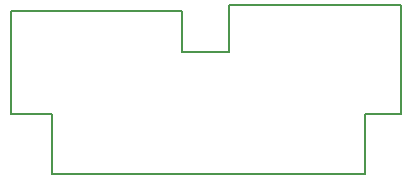
<source format=gbr>
%TF.GenerationSoftware,KiCad,Pcbnew,(6.0.2)*%
%TF.CreationDate,2022-03-02T15:34:03+00:00*%
%TF.ProjectId,305_Side_Hotswap,3330355f-5369-4646-955f-486f74737761,rev?*%
%TF.SameCoordinates,Original*%
%TF.FileFunction,Profile,NP*%
%FSLAX46Y46*%
G04 Gerber Fmt 4.6, Leading zero omitted, Abs format (unit mm)*
G04 Created by KiCad (PCBNEW (6.0.2)) date 2022-03-02 15:34:03*
%MOMM*%
%LPD*%
G01*
G04 APERTURE LIST*
%TA.AperFunction,Profile*%
%ADD10C,0.200000*%
%TD*%
G04 APERTURE END LIST*
D10*
X39460000Y-26570000D02*
X35960000Y-26570000D01*
X68960000Y-26570000D02*
X65960000Y-26570000D01*
X54460000Y-17320000D02*
X68960000Y-17320000D01*
X35960000Y-26570000D02*
X35960000Y-17820000D01*
X39460000Y-31570000D02*
X39460000Y-26570000D01*
X65960000Y-26570000D02*
X65960000Y-31570000D01*
X50460000Y-21320000D02*
X54460000Y-21320000D01*
X50460000Y-17820000D02*
X50460000Y-21320000D01*
X54460000Y-21320000D02*
X54460000Y-17320000D01*
X68960000Y-17320000D02*
X68960000Y-26570000D01*
X65960000Y-31570000D02*
X39460000Y-31570000D01*
X35960000Y-17820000D02*
X50460000Y-17820000D01*
M02*

</source>
